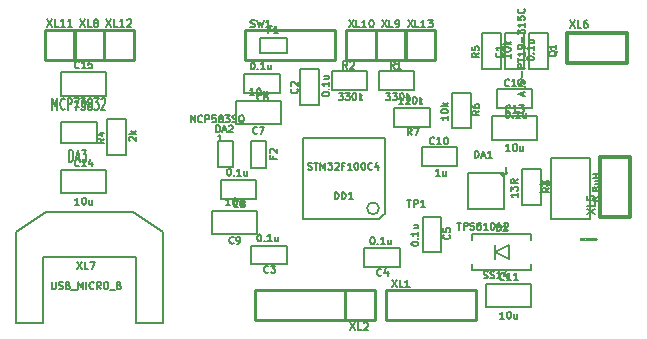
<source format=gto>
G04 (created by PCBNEW (2013-05-16 BZR 4016)-stable) date 22/07/2013 12:31:48*
%MOIN*%
G04 Gerber Fmt 3.4, Leading zero omitted, Abs format*
%FSLAX34Y34*%
G01*
G70*
G90*
G04 APERTURE LIST*
%ADD10C,0.00590551*%
%ADD11C,0.005*%
%ADD12C,0.01*%
%ADD13C,0.012*%
%ADD14C,0.0079*%
%ADD15C,0.0059*%
%ADD16C,0.00625*%
%ADD17C,0.0063*%
%ADD18C,0.0001*%
G04 APERTURE END LIST*
G54D10*
X46299Y-58858D02*
X45393Y-58858D01*
X45393Y-58858D02*
X45393Y-55826D01*
X45393Y-55826D02*
X46377Y-55157D01*
X46377Y-55157D02*
X49291Y-55157D01*
X49291Y-55157D02*
X50275Y-55826D01*
X50275Y-55826D02*
X50275Y-58858D01*
X50275Y-58858D02*
X49370Y-58858D01*
X46299Y-58858D02*
X46299Y-56653D01*
X46299Y-56653D02*
X49370Y-56653D01*
X49370Y-56653D02*
X49370Y-58858D01*
G54D11*
X46875Y-52852D02*
X46875Y-52152D01*
X46875Y-52152D02*
X48075Y-52152D01*
X48075Y-52152D02*
X48075Y-52852D01*
X48075Y-52852D02*
X46875Y-52852D01*
X53527Y-49356D02*
X54427Y-49356D01*
X54427Y-49356D02*
X54427Y-49856D01*
X54427Y-49856D02*
X53527Y-49856D01*
X53527Y-49856D02*
X53527Y-49356D01*
X53726Y-52798D02*
X53726Y-53698D01*
X53726Y-53698D02*
X53226Y-53698D01*
X53226Y-53698D02*
X53226Y-52798D01*
X53226Y-52798D02*
X53726Y-52798D01*
G54D12*
X56354Y-58767D02*
X56354Y-57767D01*
X57354Y-58767D02*
X53354Y-58767D01*
X53354Y-58767D02*
X53354Y-57767D01*
X53354Y-57767D02*
X57354Y-57767D01*
X57354Y-57767D02*
X57354Y-58767D01*
X57712Y-57767D02*
X60712Y-57767D01*
X60712Y-57767D02*
X60712Y-58767D01*
X60712Y-58767D02*
X57712Y-58767D01*
X57712Y-58767D02*
X57712Y-57767D01*
X53027Y-49106D02*
X56027Y-49106D01*
X56027Y-49106D02*
X56027Y-50106D01*
X56027Y-50106D02*
X53027Y-50106D01*
X53027Y-50106D02*
X53027Y-49106D01*
G54D13*
X63744Y-50211D02*
X63744Y-49211D01*
X63744Y-49211D02*
X65744Y-49211D01*
X65744Y-49211D02*
X65744Y-50211D01*
X65744Y-50211D02*
X63744Y-50211D01*
X65854Y-55330D02*
X64854Y-55330D01*
X64854Y-55330D02*
X64854Y-53330D01*
X64854Y-53330D02*
X65854Y-53330D01*
X65854Y-53330D02*
X65854Y-55330D01*
G54D14*
X52167Y-52726D02*
X52167Y-52588D01*
X52167Y-52588D02*
X52128Y-52628D01*
X52108Y-53238D02*
X52108Y-52805D01*
X52108Y-52805D02*
X52620Y-52805D01*
X52620Y-52805D02*
X52620Y-53671D01*
X52620Y-53671D02*
X52108Y-53671D01*
X52108Y-53671D02*
X52108Y-53238D01*
G54D10*
X48735Y-53250D02*
X48420Y-53250D01*
X48420Y-53250D02*
X48420Y-52069D01*
X48420Y-52069D02*
X49050Y-52069D01*
X49050Y-52069D02*
X49050Y-53250D01*
X49050Y-53250D02*
X48735Y-53250D01*
X62564Y-53746D02*
X62879Y-53746D01*
X62879Y-53746D02*
X62879Y-54928D01*
X62879Y-54928D02*
X62249Y-54928D01*
X62249Y-54928D02*
X62249Y-53746D01*
X62249Y-53746D02*
X62564Y-53746D01*
X55905Y-50787D02*
X55905Y-50472D01*
X55905Y-50472D02*
X57086Y-50472D01*
X57086Y-50472D02*
X57086Y-51102D01*
X57086Y-51102D02*
X55905Y-51102D01*
X55905Y-51102D02*
X55905Y-50787D01*
X62795Y-49212D02*
X63110Y-49212D01*
X63110Y-49212D02*
X63110Y-50393D01*
X63110Y-50393D02*
X62480Y-50393D01*
X62480Y-50393D02*
X62480Y-49212D01*
X62480Y-49212D02*
X62795Y-49212D01*
X61220Y-50393D02*
X60905Y-50393D01*
X60905Y-50393D02*
X60905Y-49212D01*
X60905Y-49212D02*
X61535Y-49212D01*
X61535Y-49212D02*
X61535Y-50393D01*
X61535Y-50393D02*
X61220Y-50393D01*
X57480Y-50787D02*
X57480Y-50472D01*
X57480Y-50472D02*
X58661Y-50472D01*
X58661Y-50472D02*
X58661Y-51102D01*
X58661Y-51102D02*
X57480Y-51102D01*
X57480Y-51102D02*
X57480Y-50787D01*
G54D11*
X54961Y-52697D02*
X57677Y-52697D01*
X57677Y-52697D02*
X57677Y-55236D01*
X57657Y-55236D02*
X57480Y-55413D01*
X57480Y-55413D02*
X54941Y-55413D01*
X54941Y-55413D02*
X54941Y-52716D01*
X57480Y-55039D02*
G75*
G03X57480Y-55039I-197J0D01*
G74*
G01*
G54D10*
X63858Y-55405D02*
X63208Y-55405D01*
X63208Y-55405D02*
X63208Y-53357D01*
X63208Y-53357D02*
X64507Y-53357D01*
X64507Y-53357D02*
X64507Y-55405D01*
X64507Y-55405D02*
X63779Y-55405D01*
X61799Y-53830D02*
X61720Y-53908D01*
X61720Y-53908D02*
X61720Y-53672D01*
G54D15*
X61523Y-53869D02*
X61642Y-53988D01*
G54D11*
X60460Y-55051D02*
X60460Y-53869D01*
X60460Y-53869D02*
X61642Y-53869D01*
X61642Y-53869D02*
X61642Y-55051D01*
X61642Y-55051D02*
X60460Y-55051D01*
G54D14*
X61338Y-56260D02*
X61338Y-56732D01*
X61810Y-56496D02*
X61810Y-56260D01*
X61810Y-56260D02*
X61338Y-56496D01*
X61338Y-56496D02*
X61810Y-56732D01*
X61810Y-56732D02*
X61810Y-56496D01*
X62558Y-56890D02*
X62558Y-57087D01*
X62558Y-57087D02*
X60590Y-57087D01*
X60590Y-57087D02*
X60590Y-56890D01*
X60590Y-56102D02*
X60590Y-55905D01*
X60590Y-55905D02*
X62558Y-55905D01*
X62558Y-55905D02*
X62558Y-56102D01*
G54D10*
X61062Y-57559D02*
X62559Y-57559D01*
X62559Y-57559D02*
X62559Y-58346D01*
X62559Y-58346D02*
X61062Y-58346D01*
X61062Y-58346D02*
X61062Y-57559D01*
X61259Y-51968D02*
X62755Y-51968D01*
X62755Y-51968D02*
X62755Y-52755D01*
X62755Y-52755D02*
X61259Y-52755D01*
X61259Y-52755D02*
X61259Y-51968D01*
X53425Y-55905D02*
X51929Y-55905D01*
X51929Y-55905D02*
X51929Y-55118D01*
X51929Y-55118D02*
X53425Y-55118D01*
X53425Y-55118D02*
X53425Y-55905D01*
X46897Y-53759D02*
X48393Y-53759D01*
X48393Y-53759D02*
X48393Y-54546D01*
X48393Y-54546D02*
X46897Y-54546D01*
X46897Y-54546D02*
X46897Y-53759D01*
X46884Y-50494D02*
X48380Y-50494D01*
X48380Y-50494D02*
X48380Y-51282D01*
X48380Y-51282D02*
X46884Y-51282D01*
X46884Y-51282D02*
X46884Y-50494D01*
X54212Y-52244D02*
X52716Y-52244D01*
X52716Y-52244D02*
X52716Y-51456D01*
X52716Y-51456D02*
X54212Y-51456D01*
X54212Y-51456D02*
X54212Y-52244D01*
X62007Y-50393D02*
X61692Y-50393D01*
X61692Y-50393D02*
X61692Y-49212D01*
X61692Y-49212D02*
X62322Y-49212D01*
X62322Y-49212D02*
X62322Y-50393D01*
X62322Y-50393D02*
X62007Y-50393D01*
X61417Y-51377D02*
X61417Y-51062D01*
X61417Y-51062D02*
X62598Y-51062D01*
X62598Y-51062D02*
X62598Y-51692D01*
X62598Y-51692D02*
X61417Y-51692D01*
X61417Y-51692D02*
X61417Y-51377D01*
X58916Y-53315D02*
X58916Y-53000D01*
X58916Y-53000D02*
X60097Y-53000D01*
X60097Y-53000D02*
X60097Y-53630D01*
X60097Y-53630D02*
X58916Y-53630D01*
X58916Y-53630D02*
X58916Y-53315D01*
X53385Y-54409D02*
X53385Y-54724D01*
X53385Y-54724D02*
X52204Y-54724D01*
X52204Y-54724D02*
X52204Y-54094D01*
X52204Y-54094D02*
X53385Y-54094D01*
X53385Y-54094D02*
X53385Y-54409D01*
X54173Y-50866D02*
X54173Y-51181D01*
X54173Y-51181D02*
X52992Y-51181D01*
X52992Y-51181D02*
X52992Y-50551D01*
X52992Y-50551D02*
X54173Y-50551D01*
X54173Y-50551D02*
X54173Y-50866D01*
X55175Y-51584D02*
X54861Y-51584D01*
X54861Y-51584D02*
X54861Y-50403D01*
X54861Y-50403D02*
X55490Y-50403D01*
X55490Y-50403D02*
X55490Y-51584D01*
X55490Y-51584D02*
X55175Y-51584D01*
X54400Y-56595D02*
X54400Y-56910D01*
X54400Y-56910D02*
X53219Y-56910D01*
X53219Y-56910D02*
X53219Y-56280D01*
X53219Y-56280D02*
X54400Y-56280D01*
X54400Y-56280D02*
X54400Y-56595D01*
X58171Y-56693D02*
X58171Y-57008D01*
X58171Y-57008D02*
X56990Y-57008D01*
X56990Y-57008D02*
X56990Y-56378D01*
X56990Y-56378D02*
X58171Y-56378D01*
X58171Y-56378D02*
X58171Y-56693D01*
X59251Y-55314D02*
X59566Y-55314D01*
X59566Y-55314D02*
X59566Y-56496D01*
X59566Y-56496D02*
X58937Y-56496D01*
X58937Y-56496D02*
X58937Y-55314D01*
X58937Y-55314D02*
X59251Y-55314D01*
G54D12*
X48329Y-49089D02*
X48329Y-50089D01*
X47329Y-49089D02*
X47329Y-50089D01*
X47329Y-50089D02*
X48329Y-50089D01*
X47329Y-49089D02*
X48329Y-49089D01*
X58374Y-49106D02*
X58374Y-50106D01*
X57374Y-49106D02*
X57374Y-50106D01*
X57374Y-50106D02*
X58374Y-50106D01*
X57374Y-49106D02*
X58374Y-49106D01*
X49313Y-49089D02*
X49313Y-50089D01*
X48313Y-49089D02*
X48313Y-50089D01*
X48313Y-50089D02*
X49313Y-50089D01*
X48313Y-49089D02*
X49313Y-49089D01*
X59358Y-49106D02*
X59358Y-50106D01*
X58358Y-49106D02*
X58358Y-50106D01*
X58358Y-50106D02*
X59358Y-50106D01*
X58358Y-49106D02*
X59358Y-49106D01*
X57389Y-49106D02*
X57389Y-50106D01*
X56389Y-49106D02*
X56389Y-50106D01*
X56389Y-50106D02*
X57389Y-50106D01*
X56389Y-49106D02*
X57389Y-49106D01*
X47345Y-49089D02*
X47345Y-50089D01*
X46345Y-49089D02*
X46345Y-50089D01*
X46345Y-50089D02*
X47345Y-50089D01*
X46345Y-49089D02*
X47345Y-49089D01*
G54D10*
X60236Y-51181D02*
X60551Y-51181D01*
X60551Y-51181D02*
X60551Y-52362D01*
X60551Y-52362D02*
X59921Y-52362D01*
X59921Y-52362D02*
X59921Y-51181D01*
X59921Y-51181D02*
X60236Y-51181D01*
X59173Y-52007D02*
X59173Y-52322D01*
X59173Y-52322D02*
X57992Y-52322D01*
X57992Y-52322D02*
X57992Y-51692D01*
X57992Y-51692D02*
X59173Y-51692D01*
X59173Y-51692D02*
X59173Y-52007D01*
X47429Y-56827D02*
X47587Y-57064D01*
X47587Y-56827D02*
X47429Y-57064D01*
X47789Y-57064D02*
X47677Y-57064D01*
X47677Y-56827D01*
X47845Y-56827D02*
X48003Y-56827D01*
X47902Y-57064D01*
X46569Y-57497D02*
X46569Y-57688D01*
X46580Y-57710D01*
X46591Y-57722D01*
X46614Y-57733D01*
X46659Y-57733D01*
X46681Y-57722D01*
X46692Y-57710D01*
X46704Y-57688D01*
X46704Y-57497D01*
X46805Y-57722D02*
X46839Y-57733D01*
X46895Y-57733D01*
X46917Y-57722D01*
X46929Y-57710D01*
X46940Y-57688D01*
X46940Y-57665D01*
X46929Y-57643D01*
X46917Y-57632D01*
X46895Y-57620D01*
X46850Y-57609D01*
X46827Y-57598D01*
X46816Y-57587D01*
X46805Y-57564D01*
X46805Y-57542D01*
X46816Y-57519D01*
X46827Y-57508D01*
X46850Y-57497D01*
X46906Y-57497D01*
X46940Y-57508D01*
X47120Y-57609D02*
X47154Y-57620D01*
X47165Y-57632D01*
X47176Y-57654D01*
X47176Y-57688D01*
X47165Y-57710D01*
X47154Y-57722D01*
X47131Y-57733D01*
X47041Y-57733D01*
X47041Y-57497D01*
X47120Y-57497D01*
X47142Y-57508D01*
X47154Y-57519D01*
X47165Y-57542D01*
X47165Y-57564D01*
X47154Y-57587D01*
X47142Y-57598D01*
X47120Y-57609D01*
X47041Y-57609D01*
X47221Y-57755D02*
X47401Y-57755D01*
X47457Y-57733D02*
X47457Y-57497D01*
X47536Y-57665D01*
X47615Y-57497D01*
X47615Y-57733D01*
X47727Y-57733D02*
X47727Y-57497D01*
X47975Y-57710D02*
X47964Y-57722D01*
X47930Y-57733D01*
X47907Y-57733D01*
X47874Y-57722D01*
X47851Y-57699D01*
X47840Y-57677D01*
X47829Y-57632D01*
X47829Y-57598D01*
X47840Y-57553D01*
X47851Y-57530D01*
X47874Y-57508D01*
X47907Y-57497D01*
X47930Y-57497D01*
X47964Y-57508D01*
X47975Y-57519D01*
X48211Y-57733D02*
X48132Y-57620D01*
X48076Y-57733D02*
X48076Y-57497D01*
X48166Y-57497D01*
X48188Y-57508D01*
X48200Y-57519D01*
X48211Y-57542D01*
X48211Y-57575D01*
X48200Y-57598D01*
X48188Y-57609D01*
X48166Y-57620D01*
X48076Y-57620D01*
X48357Y-57497D02*
X48402Y-57497D01*
X48425Y-57508D01*
X48447Y-57530D01*
X48458Y-57575D01*
X48458Y-57654D01*
X48447Y-57699D01*
X48425Y-57722D01*
X48402Y-57733D01*
X48357Y-57733D01*
X48335Y-57722D01*
X48312Y-57699D01*
X48301Y-57654D01*
X48301Y-57575D01*
X48312Y-57530D01*
X48335Y-57508D01*
X48357Y-57497D01*
X48503Y-57755D02*
X48683Y-57755D01*
X48818Y-57609D02*
X48852Y-57620D01*
X48863Y-57632D01*
X48875Y-57654D01*
X48875Y-57688D01*
X48863Y-57710D01*
X48852Y-57722D01*
X48830Y-57733D01*
X48740Y-57733D01*
X48740Y-57497D01*
X48818Y-57497D01*
X48841Y-57508D01*
X48852Y-57519D01*
X48863Y-57542D01*
X48863Y-57564D01*
X48852Y-57587D01*
X48841Y-57598D01*
X48818Y-57609D01*
X48740Y-57609D01*
G54D16*
X58410Y-54757D02*
X58553Y-54757D01*
X58481Y-55007D02*
X58481Y-54757D01*
X58636Y-55007D02*
X58636Y-54757D01*
X58731Y-54757D01*
X58755Y-54769D01*
X58767Y-54781D01*
X58779Y-54805D01*
X58779Y-54840D01*
X58767Y-54864D01*
X58755Y-54876D01*
X58731Y-54888D01*
X58636Y-54888D01*
X59017Y-55007D02*
X58874Y-55007D01*
X58945Y-55007D02*
X58945Y-54757D01*
X58922Y-54793D01*
X58898Y-54817D01*
X58874Y-54828D01*
G54D17*
G54D15*
X47160Y-53489D02*
X47160Y-53095D01*
X47217Y-53095D01*
X47250Y-53113D01*
X47273Y-53151D01*
X47284Y-53188D01*
X47295Y-53263D01*
X47295Y-53320D01*
X47284Y-53395D01*
X47273Y-53432D01*
X47250Y-53470D01*
X47217Y-53489D01*
X47160Y-53489D01*
X47385Y-53376D02*
X47498Y-53376D01*
X47363Y-53489D02*
X47441Y-53095D01*
X47520Y-53489D01*
X47576Y-53095D02*
X47722Y-53095D01*
X47644Y-53245D01*
X47677Y-53245D01*
X47700Y-53263D01*
X47711Y-53282D01*
X47722Y-53320D01*
X47722Y-53414D01*
X47711Y-53451D01*
X47700Y-53470D01*
X47677Y-53489D01*
X47610Y-53489D01*
X47587Y-53470D01*
X47576Y-53451D01*
X46598Y-51756D02*
X46598Y-51362D01*
X46677Y-51643D01*
X46755Y-51362D01*
X46755Y-51756D01*
X47003Y-51718D02*
X46991Y-51737D01*
X46958Y-51756D01*
X46935Y-51756D01*
X46902Y-51737D01*
X46879Y-51699D01*
X46868Y-51662D01*
X46857Y-51587D01*
X46857Y-51530D01*
X46868Y-51455D01*
X46879Y-51418D01*
X46902Y-51380D01*
X46935Y-51362D01*
X46958Y-51362D01*
X46991Y-51380D01*
X47003Y-51399D01*
X47104Y-51756D02*
X47104Y-51362D01*
X47194Y-51362D01*
X47216Y-51380D01*
X47227Y-51399D01*
X47239Y-51437D01*
X47239Y-51493D01*
X47227Y-51530D01*
X47216Y-51549D01*
X47194Y-51568D01*
X47104Y-51568D01*
X47317Y-51362D02*
X47475Y-51362D01*
X47374Y-51756D01*
X47542Y-51362D02*
X47688Y-51362D01*
X47610Y-51512D01*
X47643Y-51512D01*
X47666Y-51530D01*
X47677Y-51549D01*
X47688Y-51587D01*
X47688Y-51681D01*
X47677Y-51718D01*
X47666Y-51737D01*
X47643Y-51756D01*
X47576Y-51756D01*
X47553Y-51737D01*
X47542Y-51718D01*
X47823Y-51530D02*
X47801Y-51512D01*
X47789Y-51493D01*
X47778Y-51455D01*
X47778Y-51437D01*
X47789Y-51399D01*
X47801Y-51380D01*
X47823Y-51362D01*
X47868Y-51362D01*
X47891Y-51380D01*
X47902Y-51399D01*
X47913Y-51437D01*
X47913Y-51455D01*
X47902Y-51493D01*
X47891Y-51512D01*
X47868Y-51530D01*
X47823Y-51530D01*
X47801Y-51549D01*
X47789Y-51568D01*
X47778Y-51606D01*
X47778Y-51681D01*
X47789Y-51718D01*
X47801Y-51737D01*
X47823Y-51756D01*
X47868Y-51756D01*
X47891Y-51737D01*
X47902Y-51718D01*
X47913Y-51681D01*
X47913Y-51606D01*
X47902Y-51568D01*
X47891Y-51549D01*
X47868Y-51530D01*
X47992Y-51362D02*
X48138Y-51362D01*
X48059Y-51512D01*
X48093Y-51512D01*
X48115Y-51530D01*
X48127Y-51549D01*
X48138Y-51587D01*
X48138Y-51681D01*
X48127Y-51718D01*
X48115Y-51737D01*
X48093Y-51756D01*
X48025Y-51756D01*
X48003Y-51737D01*
X47992Y-51718D01*
X48228Y-51399D02*
X48239Y-51380D01*
X48261Y-51362D01*
X48318Y-51362D01*
X48340Y-51380D01*
X48351Y-51399D01*
X48363Y-51437D01*
X48363Y-51474D01*
X48351Y-51530D01*
X48216Y-51756D01*
X48363Y-51756D01*
G54D10*
X53873Y-49078D02*
X53794Y-49078D01*
X53794Y-49201D02*
X53794Y-48965D01*
X53907Y-48965D01*
X54120Y-49201D02*
X53985Y-49201D01*
X54053Y-49201D02*
X54053Y-48965D01*
X54030Y-48999D01*
X54008Y-49021D01*
X53985Y-49033D01*
X53948Y-53301D02*
X53948Y-53380D01*
X54071Y-53380D02*
X53835Y-53380D01*
X53835Y-53268D01*
X53858Y-53189D02*
X53847Y-53178D01*
X53835Y-53155D01*
X53835Y-53099D01*
X53847Y-53076D01*
X53858Y-53065D01*
X53880Y-53054D01*
X53903Y-53054D01*
X53937Y-53065D01*
X54071Y-53200D01*
X54071Y-53054D01*
G54D16*
X56526Y-58846D02*
X56693Y-59096D01*
X56693Y-58846D02*
X56526Y-59096D01*
X56907Y-59096D02*
X56788Y-59096D01*
X56788Y-58846D01*
X56979Y-58870D02*
X56991Y-58858D01*
X57014Y-58846D01*
X57074Y-58846D01*
X57098Y-58858D01*
X57110Y-58870D01*
X57121Y-58894D01*
X57121Y-58918D01*
X57110Y-58954D01*
X56967Y-59096D01*
X57121Y-59096D01*
G54D17*
G54D16*
X57909Y-57418D02*
X58075Y-57668D01*
X58075Y-57418D02*
X57909Y-57668D01*
X58289Y-57668D02*
X58170Y-57668D01*
X58170Y-57418D01*
X58504Y-57668D02*
X58361Y-57668D01*
X58432Y-57668D02*
X58432Y-57418D01*
X58409Y-57454D01*
X58385Y-57478D01*
X58361Y-57490D01*
G54D17*
G54D16*
X53194Y-48995D02*
X53229Y-49007D01*
X53289Y-49007D01*
X53313Y-48995D01*
X53325Y-48983D01*
X53337Y-48959D01*
X53337Y-48936D01*
X53325Y-48912D01*
X53313Y-48900D01*
X53289Y-48888D01*
X53241Y-48876D01*
X53218Y-48864D01*
X53206Y-48852D01*
X53194Y-48828D01*
X53194Y-48805D01*
X53206Y-48781D01*
X53218Y-48769D01*
X53241Y-48757D01*
X53301Y-48757D01*
X53337Y-48769D01*
X53420Y-48757D02*
X53479Y-49007D01*
X53527Y-48828D01*
X53575Y-49007D01*
X53634Y-48757D01*
X53860Y-49007D02*
X53718Y-49007D01*
X53789Y-49007D02*
X53789Y-48757D01*
X53765Y-48793D01*
X53741Y-48817D01*
X53718Y-48828D01*
G54D17*
G54D16*
X63849Y-48775D02*
X64016Y-49025D01*
X64016Y-48775D02*
X63849Y-49025D01*
X64230Y-49025D02*
X64111Y-49025D01*
X64111Y-48775D01*
X64421Y-48775D02*
X64373Y-48775D01*
X64349Y-48787D01*
X64337Y-48799D01*
X64314Y-48834D01*
X64302Y-48882D01*
X64302Y-48977D01*
X64314Y-49001D01*
X64325Y-49013D01*
X64349Y-49025D01*
X64397Y-49025D01*
X64421Y-49013D01*
X64433Y-49001D01*
X64445Y-48977D01*
X64445Y-48918D01*
X64433Y-48894D01*
X64421Y-48882D01*
X64397Y-48870D01*
X64349Y-48870D01*
X64325Y-48882D01*
X64314Y-48894D01*
X64302Y-48918D01*
G54D17*
G54D16*
X64418Y-55225D02*
X64668Y-55058D01*
X64418Y-55058D02*
X64668Y-55225D01*
X64668Y-54844D02*
X64668Y-54963D01*
X64418Y-54963D01*
X64418Y-54641D02*
X64418Y-54760D01*
X64537Y-54772D01*
X64525Y-54760D01*
X64513Y-54737D01*
X64513Y-54677D01*
X64525Y-54653D01*
X64537Y-54641D01*
X64561Y-54630D01*
X64620Y-54630D01*
X64644Y-54641D01*
X64656Y-54653D01*
X64668Y-54677D01*
X64668Y-54737D01*
X64656Y-54760D01*
X64644Y-54772D01*
G54D17*
G54D15*
X52050Y-52506D02*
X52050Y-52270D01*
X52106Y-52270D01*
X52140Y-52281D01*
X52162Y-52304D01*
X52173Y-52326D01*
X52185Y-52371D01*
X52185Y-52405D01*
X52173Y-52450D01*
X52162Y-52472D01*
X52140Y-52495D01*
X52106Y-52506D01*
X52050Y-52506D01*
X52274Y-52439D02*
X52387Y-52439D01*
X52252Y-52506D02*
X52331Y-52270D01*
X52409Y-52506D01*
X52477Y-52293D02*
X52488Y-52281D01*
X52510Y-52270D01*
X52567Y-52270D01*
X52589Y-52281D01*
X52600Y-52293D01*
X52612Y-52315D01*
X52612Y-52338D01*
X52600Y-52371D01*
X52466Y-52506D01*
X52612Y-52506D01*
X51211Y-52172D02*
X51211Y-51936D01*
X51346Y-52172D01*
X51346Y-51936D01*
X51594Y-52150D02*
X51582Y-52161D01*
X51549Y-52172D01*
X51526Y-52172D01*
X51492Y-52161D01*
X51470Y-52138D01*
X51459Y-52116D01*
X51447Y-52071D01*
X51447Y-52037D01*
X51459Y-51992D01*
X51470Y-51970D01*
X51492Y-51947D01*
X51526Y-51936D01*
X51549Y-51936D01*
X51582Y-51947D01*
X51594Y-51959D01*
X51695Y-52172D02*
X51695Y-51936D01*
X51785Y-51936D01*
X51807Y-51947D01*
X51818Y-51959D01*
X51830Y-51981D01*
X51830Y-52015D01*
X51818Y-52037D01*
X51807Y-52049D01*
X51785Y-52060D01*
X51695Y-52060D01*
X52043Y-51936D02*
X51931Y-51936D01*
X51919Y-52049D01*
X51931Y-52037D01*
X51953Y-52026D01*
X52009Y-52026D01*
X52032Y-52037D01*
X52043Y-52049D01*
X52054Y-52071D01*
X52054Y-52127D01*
X52043Y-52150D01*
X52032Y-52161D01*
X52009Y-52172D01*
X51953Y-52172D01*
X51931Y-52161D01*
X51919Y-52150D01*
X52189Y-52037D02*
X52167Y-52026D01*
X52155Y-52015D01*
X52144Y-51992D01*
X52144Y-51981D01*
X52155Y-51959D01*
X52167Y-51947D01*
X52189Y-51936D01*
X52234Y-51936D01*
X52257Y-51947D01*
X52268Y-51959D01*
X52279Y-51981D01*
X52279Y-51992D01*
X52268Y-52015D01*
X52257Y-52026D01*
X52234Y-52037D01*
X52189Y-52037D01*
X52167Y-52049D01*
X52155Y-52060D01*
X52144Y-52082D01*
X52144Y-52127D01*
X52155Y-52150D01*
X52167Y-52161D01*
X52189Y-52172D01*
X52234Y-52172D01*
X52257Y-52161D01*
X52268Y-52150D01*
X52279Y-52127D01*
X52279Y-52082D01*
X52268Y-52060D01*
X52257Y-52049D01*
X52234Y-52037D01*
X52358Y-51936D02*
X52504Y-51936D01*
X52425Y-52026D01*
X52459Y-52026D01*
X52481Y-52037D01*
X52493Y-52049D01*
X52504Y-52071D01*
X52504Y-52127D01*
X52493Y-52150D01*
X52481Y-52161D01*
X52459Y-52172D01*
X52391Y-52172D01*
X52369Y-52161D01*
X52358Y-52150D01*
X52594Y-52161D02*
X52627Y-52172D01*
X52684Y-52172D01*
X52706Y-52161D01*
X52717Y-52150D01*
X52729Y-52127D01*
X52729Y-52105D01*
X52717Y-52082D01*
X52706Y-52071D01*
X52684Y-52060D01*
X52639Y-52049D01*
X52616Y-52037D01*
X52605Y-52026D01*
X52594Y-52004D01*
X52594Y-51981D01*
X52605Y-51959D01*
X52616Y-51947D01*
X52639Y-51936D01*
X52695Y-51936D01*
X52729Y-51947D01*
X52987Y-52195D02*
X52965Y-52183D01*
X52942Y-52161D01*
X52908Y-52127D01*
X52886Y-52116D01*
X52863Y-52116D01*
X52875Y-52172D02*
X52852Y-52161D01*
X52830Y-52138D01*
X52819Y-52094D01*
X52819Y-52015D01*
X52830Y-51970D01*
X52852Y-51947D01*
X52875Y-51936D01*
X52920Y-51936D01*
X52942Y-51947D01*
X52965Y-51970D01*
X52976Y-52015D01*
X52976Y-52094D01*
X52965Y-52138D01*
X52942Y-52161D01*
X52920Y-52172D01*
X52875Y-52172D01*
G54D10*
X48330Y-52724D02*
X48218Y-52803D01*
X48330Y-52859D02*
X48094Y-52859D01*
X48094Y-52769D01*
X48105Y-52746D01*
X48116Y-52735D01*
X48139Y-52724D01*
X48173Y-52724D01*
X48195Y-52735D01*
X48206Y-52746D01*
X48218Y-52769D01*
X48218Y-52859D01*
X48173Y-52522D02*
X48330Y-52522D01*
X48083Y-52578D02*
X48251Y-52634D01*
X48251Y-52488D01*
X49167Y-52784D02*
X49156Y-52772D01*
X49145Y-52750D01*
X49145Y-52694D01*
X49156Y-52671D01*
X49167Y-52660D01*
X49190Y-52649D01*
X49212Y-52649D01*
X49246Y-52660D01*
X49381Y-52795D01*
X49381Y-52649D01*
X49381Y-52548D02*
X49145Y-52548D01*
X49291Y-52525D02*
X49381Y-52458D01*
X49224Y-52458D02*
X49314Y-52548D01*
X63159Y-54351D02*
X63047Y-54430D01*
X63159Y-54486D02*
X62923Y-54486D01*
X62923Y-54396D01*
X62934Y-54374D01*
X62946Y-54363D01*
X62968Y-54351D01*
X63002Y-54351D01*
X63024Y-54363D01*
X63036Y-54374D01*
X63047Y-54396D01*
X63047Y-54486D01*
X62923Y-54273D02*
X62923Y-54126D01*
X63013Y-54205D01*
X63013Y-54171D01*
X63024Y-54149D01*
X63036Y-54138D01*
X63058Y-54126D01*
X63114Y-54126D01*
X63137Y-54138D01*
X63148Y-54149D01*
X63159Y-54171D01*
X63159Y-54239D01*
X63148Y-54261D01*
X63137Y-54273D01*
X62108Y-54539D02*
X62108Y-54674D01*
X62108Y-54607D02*
X61872Y-54607D01*
X61906Y-54629D01*
X61928Y-54652D01*
X61940Y-54674D01*
X61872Y-54460D02*
X61872Y-54314D01*
X61962Y-54393D01*
X61962Y-54359D01*
X61973Y-54337D01*
X61985Y-54325D01*
X62007Y-54314D01*
X62063Y-54314D01*
X62086Y-54325D01*
X62097Y-54337D01*
X62108Y-54359D01*
X62108Y-54427D01*
X62097Y-54449D01*
X62086Y-54460D01*
X62108Y-54078D02*
X61996Y-54157D01*
X62108Y-54213D02*
X61872Y-54213D01*
X61872Y-54123D01*
X61883Y-54100D01*
X61895Y-54089D01*
X61917Y-54078D01*
X61951Y-54078D01*
X61973Y-54089D01*
X61985Y-54100D01*
X61996Y-54123D01*
X61996Y-54213D01*
X56431Y-50383D02*
X56352Y-50270D01*
X56296Y-50383D02*
X56296Y-50146D01*
X56386Y-50146D01*
X56409Y-50158D01*
X56420Y-50169D01*
X56431Y-50191D01*
X56431Y-50225D01*
X56420Y-50248D01*
X56409Y-50259D01*
X56386Y-50270D01*
X56296Y-50270D01*
X56521Y-50169D02*
X56532Y-50158D01*
X56555Y-50146D01*
X56611Y-50146D01*
X56634Y-50158D01*
X56645Y-50169D01*
X56656Y-50191D01*
X56656Y-50214D01*
X56645Y-50248D01*
X56510Y-50383D01*
X56656Y-50383D01*
X56135Y-51197D02*
X56281Y-51197D01*
X56203Y-51287D01*
X56236Y-51287D01*
X56259Y-51299D01*
X56270Y-51310D01*
X56281Y-51332D01*
X56281Y-51389D01*
X56270Y-51411D01*
X56259Y-51422D01*
X56236Y-51434D01*
X56169Y-51434D01*
X56146Y-51422D01*
X56135Y-51411D01*
X56360Y-51197D02*
X56506Y-51197D01*
X56428Y-51287D01*
X56461Y-51287D01*
X56484Y-51299D01*
X56495Y-51310D01*
X56506Y-51332D01*
X56506Y-51389D01*
X56495Y-51411D01*
X56484Y-51422D01*
X56461Y-51434D01*
X56394Y-51434D01*
X56371Y-51422D01*
X56360Y-51411D01*
X56653Y-51197D02*
X56675Y-51197D01*
X56698Y-51209D01*
X56709Y-51220D01*
X56720Y-51242D01*
X56731Y-51287D01*
X56731Y-51344D01*
X56720Y-51389D01*
X56709Y-51411D01*
X56698Y-51422D01*
X56675Y-51434D01*
X56653Y-51434D01*
X56630Y-51422D01*
X56619Y-51411D01*
X56608Y-51389D01*
X56596Y-51344D01*
X56596Y-51287D01*
X56608Y-51242D01*
X56619Y-51220D01*
X56630Y-51209D01*
X56653Y-51197D01*
X56833Y-51434D02*
X56833Y-51197D01*
X56855Y-51344D02*
X56923Y-51434D01*
X56923Y-51276D02*
X56833Y-51366D01*
X63413Y-49800D02*
X63402Y-49823D01*
X63379Y-49845D01*
X63345Y-49879D01*
X63334Y-49901D01*
X63334Y-49924D01*
X63390Y-49913D02*
X63379Y-49935D01*
X63357Y-49958D01*
X63312Y-49969D01*
X63233Y-49969D01*
X63188Y-49958D01*
X63165Y-49935D01*
X63154Y-49913D01*
X63154Y-49868D01*
X63165Y-49845D01*
X63188Y-49823D01*
X63233Y-49811D01*
X63312Y-49811D01*
X63357Y-49823D01*
X63379Y-49845D01*
X63390Y-49868D01*
X63390Y-49913D01*
X63390Y-49586D02*
X63390Y-49721D01*
X63390Y-49654D02*
X63154Y-49654D01*
X63188Y-49676D01*
X63210Y-49699D01*
X63222Y-49721D01*
X62272Y-51287D02*
X62272Y-51175D01*
X62339Y-51310D02*
X62103Y-51231D01*
X62339Y-51152D01*
X62339Y-50961D02*
X62339Y-51073D01*
X62103Y-51073D01*
X62328Y-50893D02*
X62339Y-50860D01*
X62339Y-50803D01*
X62328Y-50781D01*
X62317Y-50770D01*
X62294Y-50758D01*
X62272Y-50758D01*
X62249Y-50770D01*
X62238Y-50781D01*
X62227Y-50803D01*
X62216Y-50848D01*
X62204Y-50871D01*
X62193Y-50882D01*
X62171Y-50893D01*
X62148Y-50893D01*
X62126Y-50882D01*
X62114Y-50871D01*
X62103Y-50848D01*
X62103Y-50792D01*
X62114Y-50758D01*
X62249Y-50657D02*
X62249Y-50477D01*
X62339Y-50365D02*
X62103Y-50365D01*
X62103Y-50275D01*
X62114Y-50252D01*
X62126Y-50241D01*
X62148Y-50230D01*
X62182Y-50230D01*
X62204Y-50241D01*
X62216Y-50252D01*
X62227Y-50275D01*
X62227Y-50365D01*
X62103Y-50162D02*
X62103Y-50027D01*
X62339Y-50095D02*
X62103Y-50095D01*
X62339Y-49825D02*
X62339Y-49960D01*
X62339Y-49892D02*
X62103Y-49892D01*
X62137Y-49915D01*
X62159Y-49937D01*
X62171Y-49960D01*
X62339Y-49712D02*
X62339Y-49667D01*
X62328Y-49645D01*
X62317Y-49634D01*
X62283Y-49611D01*
X62238Y-49600D01*
X62148Y-49600D01*
X62126Y-49611D01*
X62114Y-49622D01*
X62103Y-49645D01*
X62103Y-49690D01*
X62114Y-49712D01*
X62126Y-49724D01*
X62148Y-49735D01*
X62204Y-49735D01*
X62227Y-49724D01*
X62238Y-49712D01*
X62249Y-49690D01*
X62249Y-49645D01*
X62238Y-49622D01*
X62227Y-49611D01*
X62204Y-49600D01*
X62249Y-49499D02*
X62249Y-49319D01*
X62103Y-49229D02*
X62103Y-49082D01*
X62193Y-49161D01*
X62193Y-49127D01*
X62204Y-49105D01*
X62216Y-49094D01*
X62238Y-49082D01*
X62294Y-49082D01*
X62317Y-49094D01*
X62328Y-49105D01*
X62339Y-49127D01*
X62339Y-49195D01*
X62328Y-49217D01*
X62317Y-49229D01*
X62339Y-48857D02*
X62339Y-48992D01*
X62339Y-48925D02*
X62103Y-48925D01*
X62137Y-48947D01*
X62159Y-48970D01*
X62171Y-48992D01*
X62103Y-48644D02*
X62103Y-48756D01*
X62216Y-48767D01*
X62204Y-48756D01*
X62193Y-48734D01*
X62193Y-48677D01*
X62204Y-48655D01*
X62216Y-48644D01*
X62238Y-48632D01*
X62294Y-48632D01*
X62317Y-48644D01*
X62328Y-48655D01*
X62339Y-48677D01*
X62339Y-48734D01*
X62328Y-48756D01*
X62317Y-48767D01*
X62317Y-48396D02*
X62328Y-48407D01*
X62339Y-48441D01*
X62339Y-48464D01*
X62328Y-48497D01*
X62306Y-48520D01*
X62283Y-48531D01*
X62238Y-48542D01*
X62204Y-48542D01*
X62159Y-48531D01*
X62137Y-48520D01*
X62114Y-48497D01*
X62103Y-48464D01*
X62103Y-48441D01*
X62114Y-48407D01*
X62126Y-48396D01*
X60816Y-49867D02*
X60703Y-49946D01*
X60816Y-50002D02*
X60579Y-50002D01*
X60579Y-49912D01*
X60591Y-49890D01*
X60602Y-49878D01*
X60624Y-49867D01*
X60658Y-49867D01*
X60681Y-49878D01*
X60692Y-49890D01*
X60703Y-49912D01*
X60703Y-50002D01*
X60579Y-49653D02*
X60579Y-49766D01*
X60692Y-49777D01*
X60681Y-49766D01*
X60669Y-49743D01*
X60669Y-49687D01*
X60681Y-49665D01*
X60692Y-49653D01*
X60714Y-49642D01*
X60771Y-49642D01*
X60793Y-49653D01*
X60804Y-49665D01*
X60816Y-49687D01*
X60816Y-49743D01*
X60804Y-49766D01*
X60793Y-49777D01*
X61867Y-49904D02*
X61867Y-50039D01*
X61867Y-49972D02*
X61630Y-49972D01*
X61664Y-49994D01*
X61687Y-50017D01*
X61698Y-50039D01*
X61630Y-49758D02*
X61630Y-49736D01*
X61642Y-49713D01*
X61653Y-49702D01*
X61675Y-49691D01*
X61720Y-49679D01*
X61777Y-49679D01*
X61822Y-49691D01*
X61844Y-49702D01*
X61855Y-49713D01*
X61867Y-49736D01*
X61867Y-49758D01*
X61855Y-49781D01*
X61844Y-49792D01*
X61822Y-49803D01*
X61777Y-49814D01*
X61720Y-49814D01*
X61675Y-49803D01*
X61653Y-49792D01*
X61642Y-49781D01*
X61630Y-49758D01*
X61867Y-49578D02*
X61630Y-49578D01*
X61777Y-49556D02*
X61867Y-49488D01*
X61709Y-49488D02*
X61799Y-49578D01*
X58006Y-50383D02*
X57927Y-50270D01*
X57871Y-50383D02*
X57871Y-50146D01*
X57961Y-50146D01*
X57983Y-50158D01*
X57995Y-50169D01*
X58006Y-50191D01*
X58006Y-50225D01*
X57995Y-50248D01*
X57983Y-50259D01*
X57961Y-50270D01*
X57871Y-50270D01*
X58231Y-50383D02*
X58096Y-50383D01*
X58163Y-50383D02*
X58163Y-50146D01*
X58141Y-50180D01*
X58118Y-50203D01*
X58096Y-50214D01*
X57710Y-51197D02*
X57856Y-51197D01*
X57778Y-51287D01*
X57811Y-51287D01*
X57834Y-51299D01*
X57845Y-51310D01*
X57856Y-51332D01*
X57856Y-51389D01*
X57845Y-51411D01*
X57834Y-51422D01*
X57811Y-51434D01*
X57744Y-51434D01*
X57721Y-51422D01*
X57710Y-51411D01*
X57935Y-51197D02*
X58081Y-51197D01*
X58003Y-51287D01*
X58036Y-51287D01*
X58059Y-51299D01*
X58070Y-51310D01*
X58081Y-51332D01*
X58081Y-51389D01*
X58070Y-51411D01*
X58059Y-51422D01*
X58036Y-51434D01*
X57969Y-51434D01*
X57946Y-51422D01*
X57935Y-51411D01*
X58227Y-51197D02*
X58250Y-51197D01*
X58272Y-51209D01*
X58284Y-51220D01*
X58295Y-51242D01*
X58306Y-51287D01*
X58306Y-51344D01*
X58295Y-51389D01*
X58284Y-51411D01*
X58272Y-51422D01*
X58250Y-51434D01*
X58227Y-51434D01*
X58205Y-51422D01*
X58194Y-51411D01*
X58182Y-51389D01*
X58171Y-51344D01*
X58171Y-51287D01*
X58182Y-51242D01*
X58194Y-51220D01*
X58205Y-51209D01*
X58227Y-51197D01*
X58407Y-51434D02*
X58407Y-51197D01*
X58430Y-51344D02*
X58497Y-51434D01*
X58497Y-51276D02*
X58407Y-51366D01*
G54D15*
X56007Y-54741D02*
X56007Y-54505D01*
X56063Y-54505D01*
X56096Y-54516D01*
X56119Y-54538D01*
X56130Y-54561D01*
X56141Y-54606D01*
X56141Y-54640D01*
X56130Y-54685D01*
X56119Y-54707D01*
X56096Y-54729D01*
X56063Y-54741D01*
X56007Y-54741D01*
X56243Y-54741D02*
X56243Y-54505D01*
X56299Y-54505D01*
X56332Y-54516D01*
X56355Y-54538D01*
X56366Y-54561D01*
X56377Y-54606D01*
X56377Y-54640D01*
X56366Y-54685D01*
X56355Y-54707D01*
X56332Y-54729D01*
X56299Y-54741D01*
X56243Y-54741D01*
X56602Y-54741D02*
X56467Y-54741D01*
X56535Y-54741D02*
X56535Y-54505D01*
X56512Y-54538D01*
X56490Y-54561D01*
X56467Y-54572D01*
X55113Y-53745D02*
X55147Y-53756D01*
X55203Y-53756D01*
X55225Y-53745D01*
X55237Y-53734D01*
X55248Y-53711D01*
X55248Y-53689D01*
X55237Y-53667D01*
X55225Y-53655D01*
X55203Y-53644D01*
X55158Y-53633D01*
X55136Y-53622D01*
X55124Y-53610D01*
X55113Y-53588D01*
X55113Y-53565D01*
X55124Y-53543D01*
X55136Y-53532D01*
X55158Y-53520D01*
X55214Y-53520D01*
X55248Y-53532D01*
X55315Y-53520D02*
X55450Y-53520D01*
X55383Y-53756D02*
X55383Y-53520D01*
X55529Y-53756D02*
X55529Y-53520D01*
X55608Y-53689D01*
X55686Y-53520D01*
X55686Y-53756D01*
X55776Y-53520D02*
X55922Y-53520D01*
X55844Y-53610D01*
X55877Y-53610D01*
X55900Y-53622D01*
X55911Y-53633D01*
X55922Y-53655D01*
X55922Y-53711D01*
X55911Y-53734D01*
X55900Y-53745D01*
X55877Y-53756D01*
X55810Y-53756D01*
X55787Y-53745D01*
X55776Y-53734D01*
X56012Y-53543D02*
X56023Y-53532D01*
X56046Y-53520D01*
X56102Y-53520D01*
X56125Y-53532D01*
X56136Y-53543D01*
X56147Y-53565D01*
X56147Y-53588D01*
X56136Y-53622D01*
X56001Y-53756D01*
X56147Y-53756D01*
X56327Y-53633D02*
X56248Y-53633D01*
X56248Y-53756D02*
X56248Y-53520D01*
X56361Y-53520D01*
X56574Y-53756D02*
X56439Y-53756D01*
X56507Y-53756D02*
X56507Y-53520D01*
X56484Y-53554D01*
X56462Y-53577D01*
X56439Y-53588D01*
X56720Y-53520D02*
X56743Y-53520D01*
X56765Y-53532D01*
X56776Y-53543D01*
X56788Y-53565D01*
X56799Y-53610D01*
X56799Y-53667D01*
X56788Y-53711D01*
X56776Y-53734D01*
X56765Y-53745D01*
X56743Y-53756D01*
X56720Y-53756D01*
X56698Y-53745D01*
X56686Y-53734D01*
X56675Y-53711D01*
X56664Y-53667D01*
X56664Y-53610D01*
X56675Y-53565D01*
X56686Y-53543D01*
X56698Y-53532D01*
X56720Y-53520D01*
X56945Y-53520D02*
X56967Y-53520D01*
X56990Y-53532D01*
X57001Y-53543D01*
X57012Y-53565D01*
X57024Y-53610D01*
X57024Y-53667D01*
X57012Y-53711D01*
X57001Y-53734D01*
X56990Y-53745D01*
X56967Y-53756D01*
X56945Y-53756D01*
X56922Y-53745D01*
X56911Y-53734D01*
X56900Y-53711D01*
X56889Y-53667D01*
X56889Y-53610D01*
X56900Y-53565D01*
X56911Y-53543D01*
X56922Y-53532D01*
X56945Y-53520D01*
X57260Y-53734D02*
X57248Y-53745D01*
X57215Y-53756D01*
X57192Y-53756D01*
X57158Y-53745D01*
X57136Y-53723D01*
X57125Y-53700D01*
X57113Y-53655D01*
X57113Y-53622D01*
X57125Y-53577D01*
X57136Y-53554D01*
X57158Y-53532D01*
X57192Y-53520D01*
X57215Y-53520D01*
X57248Y-53532D01*
X57260Y-53543D01*
X57462Y-53599D02*
X57462Y-53756D01*
X57406Y-53509D02*
X57349Y-53678D01*
X57496Y-53678D01*
G54D10*
X63087Y-54381D02*
X63087Y-54493D01*
X62851Y-54493D01*
X63087Y-54178D02*
X63087Y-54313D01*
X63087Y-54246D02*
X62851Y-54246D01*
X62885Y-54268D01*
X62907Y-54291D01*
X62919Y-54313D01*
X64603Y-54696D02*
X64603Y-54741D01*
X64614Y-54763D01*
X64626Y-54775D01*
X64659Y-54797D01*
X64704Y-54808D01*
X64794Y-54808D01*
X64817Y-54797D01*
X64828Y-54786D01*
X64839Y-54763D01*
X64839Y-54718D01*
X64828Y-54696D01*
X64817Y-54685D01*
X64794Y-54673D01*
X64738Y-54673D01*
X64716Y-54685D01*
X64704Y-54696D01*
X64693Y-54718D01*
X64693Y-54763D01*
X64704Y-54786D01*
X64716Y-54797D01*
X64738Y-54808D01*
X64817Y-54572D02*
X64828Y-54561D01*
X64839Y-54572D01*
X64828Y-54583D01*
X64817Y-54572D01*
X64839Y-54572D01*
X64704Y-54426D02*
X64693Y-54448D01*
X64682Y-54460D01*
X64659Y-54471D01*
X64648Y-54471D01*
X64626Y-54460D01*
X64614Y-54448D01*
X64603Y-54426D01*
X64603Y-54381D01*
X64614Y-54358D01*
X64626Y-54347D01*
X64648Y-54336D01*
X64659Y-54336D01*
X64682Y-54347D01*
X64693Y-54358D01*
X64704Y-54381D01*
X64704Y-54426D01*
X64716Y-54448D01*
X64727Y-54460D01*
X64749Y-54471D01*
X64794Y-54471D01*
X64817Y-54460D01*
X64828Y-54448D01*
X64839Y-54426D01*
X64839Y-54381D01*
X64828Y-54358D01*
X64817Y-54347D01*
X64794Y-54336D01*
X64749Y-54336D01*
X64727Y-54347D01*
X64716Y-54358D01*
X64704Y-54381D01*
X64682Y-54133D02*
X64839Y-54133D01*
X64682Y-54235D02*
X64806Y-54235D01*
X64828Y-54223D01*
X64839Y-54201D01*
X64839Y-54167D01*
X64828Y-54145D01*
X64817Y-54133D01*
X64839Y-54021D02*
X64603Y-54021D01*
X64716Y-54021D02*
X64716Y-53886D01*
X64839Y-53886D02*
X64603Y-53886D01*
G54D18*
X64167Y-56083D02*
X64167Y-56033D01*
X64167Y-56056D02*
X64195Y-56056D01*
X64195Y-56083D02*
X64195Y-56033D01*
X64228Y-56033D02*
X64238Y-56033D01*
X64243Y-56035D01*
X64247Y-56040D01*
X64250Y-56049D01*
X64250Y-56066D01*
X64247Y-56075D01*
X64243Y-56080D01*
X64238Y-56083D01*
X64228Y-56083D01*
X64224Y-56080D01*
X64219Y-56075D01*
X64217Y-56066D01*
X64217Y-56049D01*
X64219Y-56040D01*
X64224Y-56035D01*
X64228Y-56033D01*
X64295Y-56083D02*
X64271Y-56083D01*
X64271Y-56033D01*
X64312Y-56056D02*
X64328Y-56056D01*
X64336Y-56083D02*
X64312Y-56083D01*
X64312Y-56033D01*
X64336Y-56033D01*
X64345Y-56087D02*
X64383Y-56087D01*
X64395Y-56083D02*
X64395Y-56033D01*
X64412Y-56068D01*
X64428Y-56033D01*
X64428Y-56083D01*
X64452Y-56056D02*
X64469Y-56056D01*
X64476Y-56083D02*
X64452Y-56083D01*
X64452Y-56033D01*
X64476Y-56033D01*
X64490Y-56033D02*
X64519Y-56033D01*
X64505Y-56083D02*
X64505Y-56033D01*
X64533Y-56068D02*
X64557Y-56068D01*
X64528Y-56083D02*
X64545Y-56033D01*
X64562Y-56083D01*
X64602Y-56083D02*
X64578Y-56083D01*
X64578Y-56033D01*
X64643Y-56083D02*
X64619Y-56083D01*
X64619Y-56033D01*
X64659Y-56056D02*
X64676Y-56056D01*
X64683Y-56083D02*
X64659Y-56083D01*
X64659Y-56033D01*
X64683Y-56033D01*
X64705Y-56083D02*
X64705Y-56033D01*
X64717Y-56033D01*
X64724Y-56035D01*
X64728Y-56040D01*
X64731Y-56044D01*
X64733Y-56054D01*
X64733Y-56061D01*
X64731Y-56071D01*
X64728Y-56075D01*
X64724Y-56080D01*
X64717Y-56083D01*
X64705Y-56083D01*
G54D10*
X60675Y-53355D02*
X60675Y-53119D01*
X60732Y-53119D01*
X60765Y-53130D01*
X60788Y-53153D01*
X60799Y-53175D01*
X60810Y-53220D01*
X60810Y-53254D01*
X60799Y-53299D01*
X60788Y-53321D01*
X60765Y-53344D01*
X60732Y-53355D01*
X60675Y-53355D01*
X60900Y-53288D02*
X61013Y-53288D01*
X60878Y-53355D02*
X60957Y-53119D01*
X61035Y-53355D01*
X61238Y-53355D02*
X61103Y-53355D01*
X61170Y-53355D02*
X61170Y-53119D01*
X61148Y-53153D01*
X61125Y-53175D01*
X61103Y-53186D01*
X60091Y-55519D02*
X60226Y-55519D01*
X60158Y-55755D02*
X60158Y-55519D01*
X60304Y-55755D02*
X60304Y-55519D01*
X60394Y-55519D01*
X60417Y-55530D01*
X60428Y-55541D01*
X60439Y-55564D01*
X60439Y-55598D01*
X60428Y-55620D01*
X60417Y-55631D01*
X60394Y-55643D01*
X60304Y-55643D01*
X60529Y-55744D02*
X60563Y-55755D01*
X60619Y-55755D01*
X60642Y-55744D01*
X60653Y-55733D01*
X60664Y-55710D01*
X60664Y-55688D01*
X60653Y-55665D01*
X60642Y-55654D01*
X60619Y-55643D01*
X60574Y-55631D01*
X60552Y-55620D01*
X60541Y-55609D01*
X60529Y-55586D01*
X60529Y-55564D01*
X60541Y-55541D01*
X60552Y-55530D01*
X60574Y-55519D01*
X60630Y-55519D01*
X60664Y-55530D01*
X60867Y-55519D02*
X60822Y-55519D01*
X60799Y-55530D01*
X60788Y-55541D01*
X60765Y-55575D01*
X60754Y-55620D01*
X60754Y-55710D01*
X60765Y-55733D01*
X60777Y-55744D01*
X60799Y-55755D01*
X60844Y-55755D01*
X60867Y-55744D01*
X60878Y-55733D01*
X60889Y-55710D01*
X60889Y-55654D01*
X60878Y-55631D01*
X60867Y-55620D01*
X60844Y-55609D01*
X60799Y-55609D01*
X60777Y-55620D01*
X60765Y-55631D01*
X60754Y-55654D01*
X61114Y-55755D02*
X60979Y-55755D01*
X61047Y-55755D02*
X61047Y-55519D01*
X61024Y-55553D01*
X61002Y-55575D01*
X60979Y-55586D01*
X61260Y-55519D02*
X61283Y-55519D01*
X61305Y-55530D01*
X61317Y-55541D01*
X61328Y-55564D01*
X61339Y-55609D01*
X61339Y-55665D01*
X61328Y-55710D01*
X61317Y-55733D01*
X61305Y-55744D01*
X61283Y-55755D01*
X61260Y-55755D01*
X61238Y-55744D01*
X61227Y-55733D01*
X61215Y-55710D01*
X61204Y-55665D01*
X61204Y-55609D01*
X61215Y-55564D01*
X61227Y-55541D01*
X61238Y-55530D01*
X61260Y-55519D01*
X61542Y-55598D02*
X61542Y-55755D01*
X61485Y-55508D02*
X61429Y-55676D01*
X61575Y-55676D01*
X61654Y-55541D02*
X61665Y-55530D01*
X61688Y-55519D01*
X61744Y-55519D01*
X61767Y-55530D01*
X61778Y-55541D01*
X61789Y-55564D01*
X61789Y-55586D01*
X61778Y-55620D01*
X61643Y-55755D01*
X61789Y-55755D01*
G54D15*
X61400Y-55804D02*
X61400Y-55568D01*
X61456Y-55568D01*
X61490Y-55579D01*
X61512Y-55602D01*
X61524Y-55624D01*
X61535Y-55669D01*
X61535Y-55703D01*
X61524Y-55748D01*
X61512Y-55770D01*
X61490Y-55793D01*
X61456Y-55804D01*
X61400Y-55804D01*
X61760Y-55804D02*
X61625Y-55804D01*
X61692Y-55804D02*
X61692Y-55568D01*
X61670Y-55602D01*
X61647Y-55624D01*
X61625Y-55636D01*
X60973Y-57367D02*
X61006Y-57378D01*
X61063Y-57378D01*
X61085Y-57367D01*
X61096Y-57356D01*
X61108Y-57333D01*
X61108Y-57311D01*
X61096Y-57288D01*
X61085Y-57277D01*
X61063Y-57266D01*
X61018Y-57254D01*
X60995Y-57243D01*
X60984Y-57232D01*
X60973Y-57210D01*
X60973Y-57187D01*
X60984Y-57165D01*
X60995Y-57153D01*
X61018Y-57142D01*
X61074Y-57142D01*
X61108Y-57153D01*
X61197Y-57367D02*
X61231Y-57378D01*
X61287Y-57378D01*
X61310Y-57367D01*
X61321Y-57356D01*
X61332Y-57333D01*
X61332Y-57311D01*
X61321Y-57288D01*
X61310Y-57277D01*
X61287Y-57266D01*
X61242Y-57254D01*
X61220Y-57243D01*
X61209Y-57232D01*
X61197Y-57210D01*
X61197Y-57187D01*
X61209Y-57165D01*
X61220Y-57153D01*
X61242Y-57142D01*
X61299Y-57142D01*
X61332Y-57153D01*
X61557Y-57378D02*
X61422Y-57378D01*
X61490Y-57378D02*
X61490Y-57142D01*
X61467Y-57176D01*
X61445Y-57198D01*
X61422Y-57210D01*
X61759Y-57221D02*
X61759Y-57378D01*
X61703Y-57131D02*
X61647Y-57299D01*
X61793Y-57299D01*
G54D10*
X61659Y-57415D02*
X61647Y-57426D01*
X61614Y-57438D01*
X61591Y-57438D01*
X61557Y-57426D01*
X61535Y-57404D01*
X61524Y-57381D01*
X61512Y-57336D01*
X61512Y-57303D01*
X61524Y-57258D01*
X61535Y-57235D01*
X61557Y-57213D01*
X61591Y-57201D01*
X61614Y-57201D01*
X61647Y-57213D01*
X61659Y-57224D01*
X61884Y-57438D02*
X61749Y-57438D01*
X61816Y-57438D02*
X61816Y-57201D01*
X61794Y-57235D01*
X61771Y-57258D01*
X61749Y-57269D01*
X62109Y-57438D02*
X61974Y-57438D01*
X62041Y-57438D02*
X62041Y-57201D01*
X62019Y-57235D01*
X61996Y-57258D01*
X61974Y-57269D01*
X61659Y-58717D02*
X61524Y-58717D01*
X61591Y-58717D02*
X61591Y-58481D01*
X61569Y-58514D01*
X61546Y-58537D01*
X61524Y-58548D01*
X61805Y-58481D02*
X61827Y-58481D01*
X61850Y-58492D01*
X61861Y-58503D01*
X61872Y-58526D01*
X61884Y-58571D01*
X61884Y-58627D01*
X61872Y-58672D01*
X61861Y-58694D01*
X61850Y-58706D01*
X61827Y-58717D01*
X61805Y-58717D01*
X61782Y-58706D01*
X61771Y-58694D01*
X61760Y-58672D01*
X61749Y-58627D01*
X61749Y-58571D01*
X61760Y-58526D01*
X61771Y-58503D01*
X61782Y-58492D01*
X61805Y-58481D01*
X62086Y-58559D02*
X62086Y-58717D01*
X61985Y-58559D02*
X61985Y-58683D01*
X61996Y-58706D01*
X62019Y-58717D01*
X62052Y-58717D01*
X62075Y-58706D01*
X62086Y-58694D01*
X61856Y-51825D02*
X61844Y-51836D01*
X61811Y-51847D01*
X61788Y-51847D01*
X61754Y-51836D01*
X61732Y-51813D01*
X61721Y-51791D01*
X61709Y-51746D01*
X61709Y-51712D01*
X61721Y-51667D01*
X61732Y-51645D01*
X61754Y-51622D01*
X61788Y-51611D01*
X61811Y-51611D01*
X61844Y-51622D01*
X61856Y-51633D01*
X62080Y-51847D02*
X61946Y-51847D01*
X62013Y-51847D02*
X62013Y-51611D01*
X61991Y-51645D01*
X61968Y-51667D01*
X61946Y-51678D01*
X62159Y-51611D02*
X62305Y-51611D01*
X62227Y-51701D01*
X62260Y-51701D01*
X62283Y-51712D01*
X62294Y-51723D01*
X62305Y-51746D01*
X62305Y-51802D01*
X62294Y-51825D01*
X62283Y-51836D01*
X62260Y-51847D01*
X62193Y-51847D01*
X62170Y-51836D01*
X62159Y-51825D01*
X61856Y-53126D02*
X61721Y-53126D01*
X61788Y-53126D02*
X61788Y-52890D01*
X61766Y-52924D01*
X61743Y-52946D01*
X61721Y-52958D01*
X62002Y-52890D02*
X62024Y-52890D01*
X62047Y-52901D01*
X62058Y-52913D01*
X62069Y-52935D01*
X62080Y-52980D01*
X62080Y-53036D01*
X62069Y-53081D01*
X62058Y-53104D01*
X62047Y-53115D01*
X62024Y-53126D01*
X62002Y-53126D01*
X61979Y-53115D01*
X61968Y-53104D01*
X61957Y-53081D01*
X61946Y-53036D01*
X61946Y-52980D01*
X61957Y-52935D01*
X61968Y-52913D01*
X61979Y-52901D01*
X62002Y-52890D01*
X62283Y-52969D02*
X62283Y-53126D01*
X62182Y-52969D02*
X62182Y-53093D01*
X62193Y-53115D01*
X62215Y-53126D01*
X62249Y-53126D01*
X62272Y-53115D01*
X62283Y-53104D01*
X52637Y-56195D02*
X52626Y-56206D01*
X52592Y-56217D01*
X52570Y-56217D01*
X52536Y-56206D01*
X52514Y-56183D01*
X52502Y-56161D01*
X52491Y-56116D01*
X52491Y-56082D01*
X52502Y-56037D01*
X52514Y-56015D01*
X52536Y-55992D01*
X52570Y-55981D01*
X52592Y-55981D01*
X52626Y-55992D01*
X52637Y-56003D01*
X52750Y-56217D02*
X52795Y-56217D01*
X52817Y-56206D01*
X52829Y-56195D01*
X52851Y-56161D01*
X52862Y-56116D01*
X52862Y-56026D01*
X52851Y-56003D01*
X52840Y-55992D01*
X52817Y-55981D01*
X52772Y-55981D01*
X52750Y-55992D01*
X52739Y-56003D01*
X52727Y-56026D01*
X52727Y-56082D01*
X52739Y-56105D01*
X52750Y-56116D01*
X52772Y-56127D01*
X52817Y-56127D01*
X52840Y-56116D01*
X52851Y-56105D01*
X52862Y-56082D01*
X52525Y-54938D02*
X52390Y-54938D01*
X52457Y-54938D02*
X52457Y-54702D01*
X52435Y-54735D01*
X52412Y-54758D01*
X52390Y-54769D01*
X52671Y-54702D02*
X52694Y-54702D01*
X52716Y-54713D01*
X52727Y-54724D01*
X52739Y-54747D01*
X52750Y-54792D01*
X52750Y-54848D01*
X52739Y-54893D01*
X52727Y-54915D01*
X52716Y-54927D01*
X52694Y-54938D01*
X52671Y-54938D01*
X52649Y-54927D01*
X52637Y-54915D01*
X52626Y-54893D01*
X52615Y-54848D01*
X52615Y-54792D01*
X52626Y-54747D01*
X52637Y-54724D01*
X52649Y-54713D01*
X52671Y-54702D01*
X52952Y-54780D02*
X52952Y-54938D01*
X52851Y-54780D02*
X52851Y-54904D01*
X52862Y-54927D01*
X52885Y-54938D01*
X52919Y-54938D01*
X52941Y-54927D01*
X52952Y-54915D01*
X47493Y-53615D02*
X47482Y-53627D01*
X47448Y-53638D01*
X47425Y-53638D01*
X47392Y-53627D01*
X47369Y-53604D01*
X47358Y-53582D01*
X47347Y-53537D01*
X47347Y-53503D01*
X47358Y-53458D01*
X47369Y-53435D01*
X47392Y-53413D01*
X47425Y-53402D01*
X47448Y-53402D01*
X47482Y-53413D01*
X47493Y-53424D01*
X47718Y-53638D02*
X47583Y-53638D01*
X47650Y-53638D02*
X47650Y-53402D01*
X47628Y-53435D01*
X47605Y-53458D01*
X47583Y-53469D01*
X47920Y-53480D02*
X47920Y-53638D01*
X47864Y-53390D02*
X47808Y-53559D01*
X47954Y-53559D01*
X47493Y-54917D02*
X47358Y-54917D01*
X47425Y-54917D02*
X47425Y-54681D01*
X47403Y-54715D01*
X47380Y-54737D01*
X47358Y-54748D01*
X47639Y-54681D02*
X47661Y-54681D01*
X47684Y-54692D01*
X47695Y-54703D01*
X47706Y-54726D01*
X47718Y-54771D01*
X47718Y-54827D01*
X47706Y-54872D01*
X47695Y-54895D01*
X47684Y-54906D01*
X47661Y-54917D01*
X47639Y-54917D01*
X47616Y-54906D01*
X47605Y-54895D01*
X47594Y-54872D01*
X47583Y-54827D01*
X47583Y-54771D01*
X47594Y-54726D01*
X47605Y-54703D01*
X47616Y-54692D01*
X47639Y-54681D01*
X47920Y-54760D02*
X47920Y-54917D01*
X47819Y-54760D02*
X47819Y-54883D01*
X47830Y-54906D01*
X47853Y-54917D01*
X47886Y-54917D01*
X47909Y-54906D01*
X47920Y-54895D01*
X47480Y-50351D02*
X47469Y-50362D01*
X47435Y-50373D01*
X47413Y-50373D01*
X47379Y-50362D01*
X47357Y-50340D01*
X47345Y-50317D01*
X47334Y-50272D01*
X47334Y-50238D01*
X47345Y-50193D01*
X47357Y-50171D01*
X47379Y-50148D01*
X47413Y-50137D01*
X47435Y-50137D01*
X47469Y-50148D01*
X47480Y-50160D01*
X47705Y-50373D02*
X47570Y-50373D01*
X47638Y-50373D02*
X47638Y-50137D01*
X47615Y-50171D01*
X47593Y-50193D01*
X47570Y-50205D01*
X47919Y-50137D02*
X47807Y-50137D01*
X47795Y-50250D01*
X47807Y-50238D01*
X47829Y-50227D01*
X47885Y-50227D01*
X47908Y-50238D01*
X47919Y-50250D01*
X47930Y-50272D01*
X47930Y-50328D01*
X47919Y-50351D01*
X47908Y-50362D01*
X47885Y-50373D01*
X47829Y-50373D01*
X47807Y-50362D01*
X47795Y-50351D01*
X47480Y-51653D02*
X47345Y-51653D01*
X47413Y-51653D02*
X47413Y-51416D01*
X47390Y-51450D01*
X47368Y-51473D01*
X47345Y-51484D01*
X47627Y-51416D02*
X47649Y-51416D01*
X47672Y-51428D01*
X47683Y-51439D01*
X47694Y-51461D01*
X47705Y-51506D01*
X47705Y-51563D01*
X47694Y-51608D01*
X47683Y-51630D01*
X47672Y-51641D01*
X47649Y-51653D01*
X47627Y-51653D01*
X47604Y-51641D01*
X47593Y-51630D01*
X47582Y-51608D01*
X47570Y-51563D01*
X47570Y-51506D01*
X47582Y-51461D01*
X47593Y-51439D01*
X47604Y-51428D01*
X47627Y-51416D01*
X47908Y-51495D02*
X47908Y-51653D01*
X47807Y-51495D02*
X47807Y-51619D01*
X47818Y-51641D01*
X47840Y-51653D01*
X47874Y-51653D01*
X47897Y-51641D01*
X47908Y-51630D01*
X53425Y-52533D02*
X53413Y-52544D01*
X53380Y-52556D01*
X53357Y-52556D01*
X53323Y-52544D01*
X53301Y-52522D01*
X53290Y-52500D01*
X53278Y-52455D01*
X53278Y-52421D01*
X53290Y-52376D01*
X53301Y-52353D01*
X53323Y-52331D01*
X53357Y-52320D01*
X53380Y-52320D01*
X53413Y-52331D01*
X53425Y-52342D01*
X53503Y-52320D02*
X53661Y-52320D01*
X53560Y-52556D01*
X53312Y-51277D02*
X53177Y-51277D01*
X53245Y-51277D02*
X53245Y-51040D01*
X53222Y-51074D01*
X53200Y-51097D01*
X53177Y-51108D01*
X53458Y-51040D02*
X53481Y-51040D01*
X53503Y-51052D01*
X53515Y-51063D01*
X53526Y-51085D01*
X53537Y-51130D01*
X53537Y-51187D01*
X53526Y-51232D01*
X53515Y-51254D01*
X53503Y-51265D01*
X53481Y-51277D01*
X53458Y-51277D01*
X53436Y-51265D01*
X53425Y-51254D01*
X53413Y-51232D01*
X53402Y-51187D01*
X53402Y-51130D01*
X53413Y-51085D01*
X53425Y-51063D01*
X53436Y-51052D01*
X53458Y-51040D01*
X53740Y-51119D02*
X53740Y-51277D01*
X53638Y-51119D02*
X53638Y-51243D01*
X53650Y-51265D01*
X53672Y-51277D01*
X53706Y-51277D01*
X53728Y-51265D01*
X53740Y-51254D01*
X61580Y-49867D02*
X61592Y-49878D01*
X61603Y-49912D01*
X61603Y-49935D01*
X61592Y-49968D01*
X61569Y-49991D01*
X61547Y-50002D01*
X61502Y-50013D01*
X61468Y-50013D01*
X61423Y-50002D01*
X61401Y-49991D01*
X61378Y-49968D01*
X61367Y-49935D01*
X61367Y-49912D01*
X61378Y-49878D01*
X61389Y-49867D01*
X61603Y-49642D02*
X61603Y-49777D01*
X61603Y-49710D02*
X61367Y-49710D01*
X61401Y-49732D01*
X61423Y-49755D01*
X61434Y-49777D01*
X62418Y-50050D02*
X62418Y-50028D01*
X62429Y-50005D01*
X62440Y-49994D01*
X62463Y-49983D01*
X62508Y-49972D01*
X62564Y-49972D01*
X62609Y-49983D01*
X62631Y-49994D01*
X62643Y-50005D01*
X62654Y-50028D01*
X62654Y-50050D01*
X62643Y-50073D01*
X62631Y-50084D01*
X62609Y-50095D01*
X62564Y-50107D01*
X62508Y-50107D01*
X62463Y-50095D01*
X62440Y-50084D01*
X62429Y-50073D01*
X62418Y-50050D01*
X62631Y-49871D02*
X62643Y-49859D01*
X62654Y-49871D01*
X62643Y-49882D01*
X62631Y-49871D01*
X62654Y-49871D01*
X62654Y-49634D02*
X62654Y-49769D01*
X62654Y-49702D02*
X62418Y-49702D01*
X62452Y-49724D01*
X62474Y-49747D01*
X62485Y-49769D01*
X62497Y-49432D02*
X62654Y-49432D01*
X62497Y-49533D02*
X62620Y-49533D01*
X62643Y-49522D01*
X62654Y-49499D01*
X62654Y-49466D01*
X62643Y-49443D01*
X62631Y-49432D01*
X61831Y-50951D02*
X61819Y-50962D01*
X61786Y-50973D01*
X61763Y-50973D01*
X61729Y-50962D01*
X61707Y-50939D01*
X61696Y-50917D01*
X61684Y-50872D01*
X61684Y-50838D01*
X61696Y-50793D01*
X61707Y-50771D01*
X61729Y-50748D01*
X61763Y-50737D01*
X61786Y-50737D01*
X61819Y-50748D01*
X61831Y-50759D01*
X62055Y-50973D02*
X61921Y-50973D01*
X61988Y-50973D02*
X61988Y-50737D01*
X61966Y-50771D01*
X61943Y-50793D01*
X61921Y-50804D01*
X62145Y-50759D02*
X62157Y-50748D01*
X62179Y-50737D01*
X62235Y-50737D01*
X62258Y-50748D01*
X62269Y-50759D01*
X62280Y-50782D01*
X62280Y-50804D01*
X62269Y-50838D01*
X62134Y-50973D01*
X62280Y-50973D01*
X61760Y-51788D02*
X61782Y-51788D01*
X61805Y-51799D01*
X61816Y-51810D01*
X61827Y-51833D01*
X61838Y-51878D01*
X61838Y-51934D01*
X61827Y-51979D01*
X61816Y-52002D01*
X61805Y-52013D01*
X61782Y-52024D01*
X61760Y-52024D01*
X61737Y-52013D01*
X61726Y-52002D01*
X61715Y-51979D01*
X61703Y-51934D01*
X61703Y-51878D01*
X61715Y-51833D01*
X61726Y-51810D01*
X61737Y-51799D01*
X61760Y-51788D01*
X61940Y-52002D02*
X61951Y-52013D01*
X61940Y-52024D01*
X61928Y-52013D01*
X61940Y-52002D01*
X61940Y-52024D01*
X62176Y-52024D02*
X62041Y-52024D01*
X62108Y-52024D02*
X62108Y-51788D01*
X62086Y-51822D01*
X62063Y-51844D01*
X62041Y-51855D01*
X62378Y-51867D02*
X62378Y-52024D01*
X62277Y-51867D02*
X62277Y-51990D01*
X62288Y-52013D01*
X62311Y-52024D01*
X62344Y-52024D01*
X62367Y-52013D01*
X62378Y-52002D01*
X59330Y-52888D02*
X59319Y-52899D01*
X59285Y-52911D01*
X59263Y-52911D01*
X59229Y-52899D01*
X59206Y-52877D01*
X59195Y-52854D01*
X59184Y-52809D01*
X59184Y-52776D01*
X59195Y-52731D01*
X59206Y-52708D01*
X59229Y-52686D01*
X59263Y-52674D01*
X59285Y-52674D01*
X59319Y-52686D01*
X59330Y-52697D01*
X59555Y-52911D02*
X59420Y-52911D01*
X59488Y-52911D02*
X59488Y-52674D01*
X59465Y-52708D01*
X59443Y-52731D01*
X59420Y-52742D01*
X59701Y-52674D02*
X59724Y-52674D01*
X59746Y-52686D01*
X59758Y-52697D01*
X59769Y-52719D01*
X59780Y-52764D01*
X59780Y-52821D01*
X59769Y-52866D01*
X59758Y-52888D01*
X59746Y-52899D01*
X59724Y-52911D01*
X59701Y-52911D01*
X59679Y-52899D01*
X59668Y-52888D01*
X59656Y-52866D01*
X59645Y-52821D01*
X59645Y-52764D01*
X59656Y-52719D01*
X59668Y-52697D01*
X59679Y-52686D01*
X59701Y-52674D01*
X59507Y-53962D02*
X59372Y-53962D01*
X59439Y-53962D02*
X59439Y-53725D01*
X59417Y-53759D01*
X59394Y-53782D01*
X59372Y-53793D01*
X59709Y-53804D02*
X59709Y-53962D01*
X59608Y-53804D02*
X59608Y-53928D01*
X59619Y-53950D01*
X59642Y-53962D01*
X59675Y-53962D01*
X59698Y-53950D01*
X59709Y-53939D01*
X52780Y-54982D02*
X52769Y-54993D01*
X52735Y-55005D01*
X52713Y-55005D01*
X52679Y-54993D01*
X52657Y-54971D01*
X52645Y-54948D01*
X52634Y-54903D01*
X52634Y-54870D01*
X52645Y-54825D01*
X52657Y-54802D01*
X52679Y-54780D01*
X52713Y-54768D01*
X52735Y-54768D01*
X52769Y-54780D01*
X52780Y-54791D01*
X52915Y-54870D02*
X52893Y-54858D01*
X52882Y-54847D01*
X52870Y-54825D01*
X52870Y-54813D01*
X52882Y-54791D01*
X52893Y-54780D01*
X52915Y-54768D01*
X52960Y-54768D01*
X52983Y-54780D01*
X52994Y-54791D01*
X53005Y-54813D01*
X53005Y-54825D01*
X52994Y-54847D01*
X52983Y-54858D01*
X52960Y-54870D01*
X52915Y-54870D01*
X52893Y-54881D01*
X52882Y-54892D01*
X52870Y-54915D01*
X52870Y-54960D01*
X52882Y-54982D01*
X52893Y-54993D01*
X52915Y-55005D01*
X52960Y-55005D01*
X52983Y-54993D01*
X52994Y-54982D01*
X53005Y-54960D01*
X53005Y-54915D01*
X52994Y-54892D01*
X52983Y-54881D01*
X52960Y-54870D01*
X52469Y-53717D02*
X52491Y-53717D01*
X52514Y-53729D01*
X52525Y-53740D01*
X52536Y-53762D01*
X52548Y-53807D01*
X52548Y-53864D01*
X52536Y-53909D01*
X52525Y-53931D01*
X52514Y-53942D01*
X52491Y-53954D01*
X52469Y-53954D01*
X52446Y-53942D01*
X52435Y-53931D01*
X52424Y-53909D01*
X52413Y-53864D01*
X52413Y-53807D01*
X52424Y-53762D01*
X52435Y-53740D01*
X52446Y-53729D01*
X52469Y-53717D01*
X52649Y-53931D02*
X52660Y-53942D01*
X52649Y-53954D01*
X52638Y-53942D01*
X52649Y-53931D01*
X52649Y-53954D01*
X52885Y-53954D02*
X52750Y-53954D01*
X52818Y-53954D02*
X52818Y-53717D01*
X52795Y-53751D01*
X52773Y-53774D01*
X52750Y-53785D01*
X53088Y-53796D02*
X53088Y-53954D01*
X52986Y-53796D02*
X52986Y-53920D01*
X52998Y-53942D01*
X53020Y-53954D01*
X53054Y-53954D01*
X53076Y-53942D01*
X53088Y-53931D01*
X53568Y-51439D02*
X53557Y-51450D01*
X53523Y-51461D01*
X53500Y-51461D01*
X53467Y-51450D01*
X53444Y-51428D01*
X53433Y-51405D01*
X53422Y-51360D01*
X53422Y-51326D01*
X53433Y-51281D01*
X53444Y-51259D01*
X53467Y-51236D01*
X53500Y-51225D01*
X53523Y-51225D01*
X53557Y-51236D01*
X53568Y-51248D01*
X53770Y-51225D02*
X53725Y-51225D01*
X53703Y-51236D01*
X53692Y-51248D01*
X53669Y-51281D01*
X53658Y-51326D01*
X53658Y-51416D01*
X53669Y-51439D01*
X53680Y-51450D01*
X53703Y-51461D01*
X53748Y-51461D01*
X53770Y-51450D01*
X53782Y-51439D01*
X53793Y-51416D01*
X53793Y-51360D01*
X53782Y-51338D01*
X53770Y-51326D01*
X53748Y-51315D01*
X53703Y-51315D01*
X53680Y-51326D01*
X53669Y-51338D01*
X53658Y-51360D01*
X53256Y-50174D02*
X53279Y-50174D01*
X53301Y-50185D01*
X53313Y-50197D01*
X53324Y-50219D01*
X53335Y-50264D01*
X53335Y-50320D01*
X53324Y-50365D01*
X53313Y-50388D01*
X53301Y-50399D01*
X53279Y-50410D01*
X53256Y-50410D01*
X53234Y-50399D01*
X53223Y-50388D01*
X53211Y-50365D01*
X53200Y-50320D01*
X53200Y-50264D01*
X53211Y-50219D01*
X53223Y-50197D01*
X53234Y-50185D01*
X53256Y-50174D01*
X53436Y-50388D02*
X53448Y-50399D01*
X53436Y-50410D01*
X53425Y-50399D01*
X53436Y-50388D01*
X53436Y-50410D01*
X53673Y-50410D02*
X53538Y-50410D01*
X53605Y-50410D02*
X53605Y-50174D01*
X53583Y-50208D01*
X53560Y-50230D01*
X53538Y-50242D01*
X53875Y-50253D02*
X53875Y-50410D01*
X53774Y-50253D02*
X53774Y-50377D01*
X53785Y-50399D01*
X53808Y-50410D01*
X53841Y-50410D01*
X53864Y-50399D01*
X53875Y-50388D01*
X54749Y-51058D02*
X54760Y-51069D01*
X54771Y-51103D01*
X54771Y-51126D01*
X54760Y-51159D01*
X54737Y-51182D01*
X54715Y-51193D01*
X54670Y-51204D01*
X54636Y-51204D01*
X54591Y-51193D01*
X54569Y-51182D01*
X54546Y-51159D01*
X54535Y-51126D01*
X54535Y-51103D01*
X54546Y-51069D01*
X54557Y-51058D01*
X54557Y-50968D02*
X54546Y-50957D01*
X54535Y-50934D01*
X54535Y-50878D01*
X54546Y-50856D01*
X54557Y-50844D01*
X54580Y-50833D01*
X54602Y-50833D01*
X54636Y-50844D01*
X54771Y-50979D01*
X54771Y-50833D01*
X55586Y-51242D02*
X55586Y-51219D01*
X55597Y-51197D01*
X55608Y-51185D01*
X55631Y-51174D01*
X55676Y-51163D01*
X55732Y-51163D01*
X55777Y-51174D01*
X55800Y-51185D01*
X55811Y-51197D01*
X55822Y-51219D01*
X55822Y-51242D01*
X55811Y-51264D01*
X55800Y-51275D01*
X55777Y-51287D01*
X55732Y-51298D01*
X55676Y-51298D01*
X55631Y-51287D01*
X55608Y-51275D01*
X55597Y-51264D01*
X55586Y-51242D01*
X55800Y-51062D02*
X55811Y-51050D01*
X55822Y-51062D01*
X55811Y-51073D01*
X55800Y-51062D01*
X55822Y-51062D01*
X55822Y-50825D02*
X55822Y-50960D01*
X55822Y-50893D02*
X55586Y-50893D01*
X55620Y-50915D01*
X55642Y-50938D01*
X55653Y-50960D01*
X55665Y-50623D02*
X55822Y-50623D01*
X55665Y-50724D02*
X55788Y-50724D01*
X55811Y-50713D01*
X55822Y-50690D01*
X55822Y-50657D01*
X55811Y-50634D01*
X55800Y-50623D01*
X53795Y-57168D02*
X53784Y-57179D01*
X53750Y-57191D01*
X53728Y-57191D01*
X53694Y-57179D01*
X53672Y-57157D01*
X53661Y-57135D01*
X53649Y-57090D01*
X53649Y-57056D01*
X53661Y-57011D01*
X53672Y-56988D01*
X53694Y-56966D01*
X53728Y-56955D01*
X53750Y-56955D01*
X53784Y-56966D01*
X53795Y-56977D01*
X53874Y-56955D02*
X54020Y-56955D01*
X53942Y-57045D01*
X53975Y-57045D01*
X53998Y-57056D01*
X54009Y-57067D01*
X54020Y-57090D01*
X54020Y-57146D01*
X54009Y-57168D01*
X53998Y-57179D01*
X53975Y-57191D01*
X53908Y-57191D01*
X53885Y-57179D01*
X53874Y-57168D01*
X53484Y-55904D02*
X53507Y-55904D01*
X53529Y-55915D01*
X53540Y-55926D01*
X53552Y-55949D01*
X53563Y-55994D01*
X53563Y-56050D01*
X53552Y-56095D01*
X53540Y-56117D01*
X53529Y-56128D01*
X53507Y-56140D01*
X53484Y-56140D01*
X53462Y-56128D01*
X53450Y-56117D01*
X53439Y-56095D01*
X53428Y-56050D01*
X53428Y-55994D01*
X53439Y-55949D01*
X53450Y-55926D01*
X53462Y-55915D01*
X53484Y-55904D01*
X53664Y-56117D02*
X53675Y-56128D01*
X53664Y-56140D01*
X53653Y-56128D01*
X53664Y-56117D01*
X53664Y-56140D01*
X53900Y-56140D02*
X53765Y-56140D01*
X53833Y-56140D02*
X53833Y-55904D01*
X53810Y-55937D01*
X53788Y-55960D01*
X53765Y-55971D01*
X54103Y-55982D02*
X54103Y-56140D01*
X54001Y-55982D02*
X54001Y-56106D01*
X54013Y-56128D01*
X54035Y-56140D01*
X54069Y-56140D01*
X54091Y-56128D01*
X54103Y-56117D01*
X57566Y-57266D02*
X57555Y-57277D01*
X57521Y-57288D01*
X57499Y-57288D01*
X57465Y-57277D01*
X57443Y-57255D01*
X57431Y-57232D01*
X57420Y-57187D01*
X57420Y-57153D01*
X57431Y-57108D01*
X57443Y-57086D01*
X57465Y-57063D01*
X57499Y-57052D01*
X57521Y-57052D01*
X57555Y-57063D01*
X57566Y-57075D01*
X57769Y-57131D02*
X57769Y-57288D01*
X57713Y-57041D02*
X57656Y-57210D01*
X57803Y-57210D01*
X57255Y-56001D02*
X57277Y-56001D01*
X57300Y-56012D01*
X57311Y-56024D01*
X57322Y-56046D01*
X57334Y-56091D01*
X57334Y-56147D01*
X57322Y-56192D01*
X57311Y-56215D01*
X57300Y-56226D01*
X57277Y-56237D01*
X57255Y-56237D01*
X57232Y-56226D01*
X57221Y-56215D01*
X57210Y-56192D01*
X57199Y-56147D01*
X57199Y-56091D01*
X57210Y-56046D01*
X57221Y-56024D01*
X57232Y-56012D01*
X57255Y-56001D01*
X57435Y-56215D02*
X57446Y-56226D01*
X57435Y-56237D01*
X57424Y-56226D01*
X57435Y-56215D01*
X57435Y-56237D01*
X57671Y-56237D02*
X57536Y-56237D01*
X57604Y-56237D02*
X57604Y-56001D01*
X57581Y-56035D01*
X57559Y-56057D01*
X57536Y-56069D01*
X57874Y-56080D02*
X57874Y-56237D01*
X57772Y-56080D02*
X57772Y-56204D01*
X57784Y-56226D01*
X57806Y-56237D01*
X57840Y-56237D01*
X57862Y-56226D01*
X57874Y-56215D01*
X59825Y-55919D02*
X59836Y-55931D01*
X59847Y-55964D01*
X59847Y-55987D01*
X59836Y-56021D01*
X59813Y-56043D01*
X59791Y-56054D01*
X59746Y-56066D01*
X59712Y-56066D01*
X59667Y-56054D01*
X59645Y-56043D01*
X59622Y-56021D01*
X59611Y-55987D01*
X59611Y-55964D01*
X59622Y-55931D01*
X59633Y-55919D01*
X59611Y-55706D02*
X59611Y-55818D01*
X59723Y-55829D01*
X59712Y-55818D01*
X59701Y-55796D01*
X59701Y-55739D01*
X59712Y-55717D01*
X59723Y-55706D01*
X59746Y-55694D01*
X59802Y-55694D01*
X59825Y-55706D01*
X59836Y-55717D01*
X59847Y-55739D01*
X59847Y-55796D01*
X59836Y-55818D01*
X59825Y-55829D01*
X58560Y-56231D02*
X58560Y-56208D01*
X58571Y-56186D01*
X58582Y-56175D01*
X58605Y-56163D01*
X58650Y-56152D01*
X58706Y-56152D01*
X58751Y-56163D01*
X58774Y-56175D01*
X58785Y-56186D01*
X58796Y-56208D01*
X58796Y-56231D01*
X58785Y-56253D01*
X58774Y-56265D01*
X58751Y-56276D01*
X58706Y-56287D01*
X58650Y-56287D01*
X58605Y-56276D01*
X58582Y-56265D01*
X58571Y-56253D01*
X58560Y-56231D01*
X58774Y-56051D02*
X58785Y-56040D01*
X58796Y-56051D01*
X58785Y-56062D01*
X58774Y-56051D01*
X58796Y-56051D01*
X58796Y-55815D02*
X58796Y-55950D01*
X58796Y-55882D02*
X58560Y-55882D01*
X58594Y-55905D01*
X58616Y-55927D01*
X58627Y-55950D01*
X58639Y-55612D02*
X58796Y-55612D01*
X58639Y-55713D02*
X58762Y-55713D01*
X58785Y-55702D01*
X58796Y-55680D01*
X58796Y-55646D01*
X58785Y-55623D01*
X58774Y-55612D01*
G54D16*
X47525Y-48740D02*
X47692Y-48990D01*
X47692Y-48740D02*
X47525Y-48990D01*
X47906Y-48990D02*
X47787Y-48990D01*
X47787Y-48740D01*
X48025Y-48847D02*
X48002Y-48835D01*
X47990Y-48823D01*
X47978Y-48799D01*
X47978Y-48788D01*
X47990Y-48764D01*
X48002Y-48752D01*
X48025Y-48740D01*
X48073Y-48740D01*
X48097Y-48752D01*
X48109Y-48764D01*
X48121Y-48788D01*
X48121Y-48799D01*
X48109Y-48823D01*
X48097Y-48835D01*
X48073Y-48847D01*
X48025Y-48847D01*
X48002Y-48859D01*
X47990Y-48871D01*
X47978Y-48895D01*
X47978Y-48942D01*
X47990Y-48966D01*
X48002Y-48978D01*
X48025Y-48990D01*
X48073Y-48990D01*
X48097Y-48978D01*
X48109Y-48966D01*
X48121Y-48942D01*
X48121Y-48895D01*
X48109Y-48871D01*
X48097Y-48859D01*
X48073Y-48847D01*
G54D17*
G54D16*
X57570Y-48757D02*
X57737Y-49007D01*
X57737Y-48757D02*
X57570Y-49007D01*
X57951Y-49007D02*
X57832Y-49007D01*
X57832Y-48757D01*
X58046Y-49007D02*
X58094Y-49007D01*
X58118Y-48995D01*
X58129Y-48983D01*
X58153Y-48947D01*
X58165Y-48900D01*
X58165Y-48805D01*
X58153Y-48781D01*
X58141Y-48769D01*
X58118Y-48757D01*
X58070Y-48757D01*
X58046Y-48769D01*
X58034Y-48781D01*
X58022Y-48805D01*
X58022Y-48864D01*
X58034Y-48888D01*
X58046Y-48900D01*
X58070Y-48912D01*
X58118Y-48912D01*
X58141Y-48900D01*
X58153Y-48888D01*
X58165Y-48864D01*
G54D17*
G54D16*
X48391Y-48740D02*
X48557Y-48990D01*
X48557Y-48740D02*
X48391Y-48990D01*
X48772Y-48990D02*
X48653Y-48990D01*
X48653Y-48740D01*
X48986Y-48990D02*
X48843Y-48990D01*
X48915Y-48990D02*
X48915Y-48740D01*
X48891Y-48776D01*
X48867Y-48799D01*
X48843Y-48811D01*
X49081Y-48764D02*
X49093Y-48752D01*
X49117Y-48740D01*
X49176Y-48740D01*
X49200Y-48752D01*
X49212Y-48764D01*
X49224Y-48788D01*
X49224Y-48811D01*
X49212Y-48847D01*
X49069Y-48990D01*
X49224Y-48990D01*
G54D17*
G54D16*
X58435Y-48757D02*
X58602Y-49007D01*
X58602Y-48757D02*
X58435Y-49007D01*
X58816Y-49007D02*
X58697Y-49007D01*
X58697Y-48757D01*
X59030Y-49007D02*
X58888Y-49007D01*
X58959Y-49007D02*
X58959Y-48757D01*
X58935Y-48793D01*
X58911Y-48817D01*
X58888Y-48828D01*
X59114Y-48757D02*
X59268Y-48757D01*
X59185Y-48852D01*
X59221Y-48852D01*
X59245Y-48864D01*
X59257Y-48876D01*
X59268Y-48900D01*
X59268Y-48959D01*
X59257Y-48983D01*
X59245Y-48995D01*
X59221Y-49007D01*
X59149Y-49007D01*
X59126Y-48995D01*
X59114Y-48983D01*
G54D17*
G54D16*
X56467Y-48757D02*
X56633Y-49007D01*
X56633Y-48757D02*
X56467Y-49007D01*
X56848Y-49007D02*
X56729Y-49007D01*
X56729Y-48757D01*
X57062Y-49007D02*
X56919Y-49007D01*
X56990Y-49007D02*
X56990Y-48757D01*
X56967Y-48793D01*
X56943Y-48817D01*
X56919Y-48828D01*
X57217Y-48757D02*
X57240Y-48757D01*
X57264Y-48769D01*
X57276Y-48781D01*
X57288Y-48805D01*
X57300Y-48852D01*
X57300Y-48912D01*
X57288Y-48959D01*
X57276Y-48983D01*
X57264Y-48995D01*
X57240Y-49007D01*
X57217Y-49007D01*
X57193Y-48995D01*
X57181Y-48983D01*
X57169Y-48959D01*
X57157Y-48912D01*
X57157Y-48852D01*
X57169Y-48805D01*
X57181Y-48781D01*
X57193Y-48769D01*
X57217Y-48757D01*
G54D17*
G54D16*
X46422Y-48740D02*
X46589Y-48990D01*
X46589Y-48740D02*
X46422Y-48990D01*
X46803Y-48990D02*
X46684Y-48990D01*
X46684Y-48740D01*
X47017Y-48990D02*
X46875Y-48990D01*
X46946Y-48990D02*
X46946Y-48740D01*
X46922Y-48776D01*
X46898Y-48799D01*
X46875Y-48811D01*
X47256Y-48990D02*
X47113Y-48990D01*
X47184Y-48990D02*
X47184Y-48740D01*
X47160Y-48776D01*
X47136Y-48799D01*
X47113Y-48811D01*
G54D17*
G54D10*
X60831Y-51786D02*
X60719Y-51864D01*
X60831Y-51921D02*
X60595Y-51921D01*
X60595Y-51831D01*
X60606Y-51808D01*
X60618Y-51797D01*
X60640Y-51786D01*
X60674Y-51786D01*
X60696Y-51797D01*
X60708Y-51808D01*
X60719Y-51831D01*
X60719Y-51921D01*
X60595Y-51583D02*
X60595Y-51628D01*
X60606Y-51651D01*
X60618Y-51662D01*
X60651Y-51684D01*
X60696Y-51696D01*
X60786Y-51696D01*
X60809Y-51684D01*
X60820Y-51673D01*
X60831Y-51651D01*
X60831Y-51606D01*
X60820Y-51583D01*
X60809Y-51572D01*
X60786Y-51561D01*
X60730Y-51561D01*
X60708Y-51572D01*
X60696Y-51583D01*
X60685Y-51606D01*
X60685Y-51651D01*
X60696Y-51673D01*
X60708Y-51684D01*
X60730Y-51696D01*
X59780Y-51951D02*
X59780Y-52086D01*
X59780Y-52018D02*
X59544Y-52018D01*
X59578Y-52041D01*
X59600Y-52063D01*
X59612Y-52086D01*
X59544Y-51805D02*
X59544Y-51782D01*
X59555Y-51760D01*
X59567Y-51748D01*
X59589Y-51737D01*
X59634Y-51726D01*
X59690Y-51726D01*
X59735Y-51737D01*
X59758Y-51748D01*
X59769Y-51760D01*
X59780Y-51782D01*
X59780Y-51805D01*
X59769Y-51827D01*
X59758Y-51838D01*
X59735Y-51850D01*
X59690Y-51861D01*
X59634Y-51861D01*
X59589Y-51850D01*
X59567Y-51838D01*
X59555Y-51827D01*
X59544Y-51805D01*
X59780Y-51625D02*
X59544Y-51625D01*
X59690Y-51602D02*
X59780Y-51535D01*
X59623Y-51535D02*
X59713Y-51625D01*
X58568Y-52603D02*
X58489Y-52491D01*
X58433Y-52603D02*
X58433Y-52367D01*
X58523Y-52367D01*
X58545Y-52378D01*
X58557Y-52389D01*
X58568Y-52412D01*
X58568Y-52446D01*
X58557Y-52468D01*
X58545Y-52479D01*
X58523Y-52491D01*
X58433Y-52491D01*
X58647Y-52367D02*
X58804Y-52367D01*
X58703Y-52603D01*
X58290Y-51552D02*
X58155Y-51552D01*
X58223Y-51552D02*
X58223Y-51316D01*
X58200Y-51350D01*
X58178Y-51372D01*
X58155Y-51383D01*
X58380Y-51338D02*
X58391Y-51327D01*
X58414Y-51316D01*
X58470Y-51316D01*
X58493Y-51327D01*
X58504Y-51338D01*
X58515Y-51361D01*
X58515Y-51383D01*
X58504Y-51417D01*
X58369Y-51552D01*
X58515Y-51552D01*
X58661Y-51316D02*
X58684Y-51316D01*
X58706Y-51327D01*
X58718Y-51338D01*
X58729Y-51361D01*
X58740Y-51406D01*
X58740Y-51462D01*
X58729Y-51507D01*
X58718Y-51529D01*
X58706Y-51541D01*
X58684Y-51552D01*
X58661Y-51552D01*
X58639Y-51541D01*
X58628Y-51529D01*
X58616Y-51507D01*
X58605Y-51462D01*
X58605Y-51406D01*
X58616Y-51361D01*
X58628Y-51338D01*
X58639Y-51327D01*
X58661Y-51316D01*
X58841Y-51552D02*
X58841Y-51316D01*
X58864Y-51462D02*
X58931Y-51552D01*
X58931Y-51395D02*
X58841Y-51484D01*
M02*

</source>
